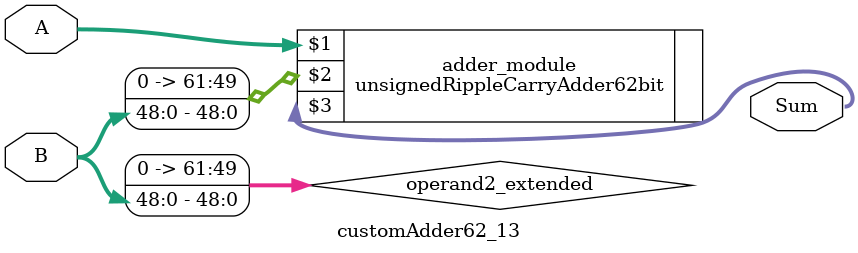
<source format=v>
module customAdder62_13(
                        input [61 : 0] A,
                        input [48 : 0] B,
                        
                        output [62 : 0] Sum
                );

        wire [61 : 0] operand2_extended;
        
        assign operand2_extended =  {13'b0, B};
        
        unsignedRippleCarryAdder62bit adder_module(
            A,
            operand2_extended,
            Sum
        );
        
        endmodule
        
</source>
